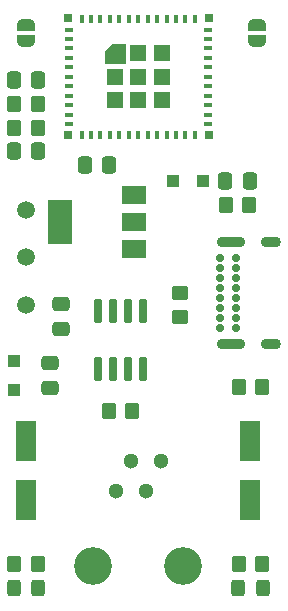
<source format=gbr>
%TF.GenerationSoftware,KiCad,Pcbnew,(6.0.8)*%
%TF.CreationDate,2022-10-28T22:44:31-04:00*%
%TF.ProjectId,Vex_Debug,5665785f-4465-4627-9567-2e6b69636164,rev?*%
%TF.SameCoordinates,Original*%
%TF.FileFunction,Soldermask,Top*%
%TF.FilePolarity,Negative*%
%FSLAX46Y46*%
G04 Gerber Fmt 4.6, Leading zero omitted, Abs format (unit mm)*
G04 Created by KiCad (PCBNEW (6.0.8)) date 2022-10-28 22:44:31*
%MOMM*%
%LPD*%
G01*
G04 APERTURE LIST*
G04 Aperture macros list*
%AMRoundRect*
0 Rectangle with rounded corners*
0 $1 Rounding radius*
0 $2 $3 $4 $5 $6 $7 $8 $9 X,Y pos of 4 corners*
0 Add a 4 corners polygon primitive as box body*
4,1,4,$2,$3,$4,$5,$6,$7,$8,$9,$2,$3,0*
0 Add four circle primitives for the rounded corners*
1,1,$1+$1,$2,$3*
1,1,$1+$1,$4,$5*
1,1,$1+$1,$6,$7*
1,1,$1+$1,$8,$9*
0 Add four rect primitives between the rounded corners*
20,1,$1+$1,$2,$3,$4,$5,0*
20,1,$1+$1,$4,$5,$6,$7,0*
20,1,$1+$1,$6,$7,$8,$9,0*
20,1,$1+$1,$8,$9,$2,$3,0*%
%AMFreePoly0*
4,1,22,0.500000,-0.750000,0.000000,-0.750000,0.000000,-0.745033,-0.079941,-0.743568,-0.215256,-0.701293,-0.333266,-0.622738,-0.424486,-0.514219,-0.481581,-0.384460,-0.499164,-0.250000,-0.500000,-0.250000,-0.500000,0.250000,-0.499164,0.250000,-0.499963,0.256109,-0.478152,0.396186,-0.417904,0.524511,-0.324060,0.630769,-0.204165,0.706417,-0.067858,0.745374,0.000000,0.744959,0.000000,0.750000,
0.500000,0.750000,0.500000,-0.750000,0.500000,-0.750000,$1*%
%AMFreePoly1*
4,1,20,0.000000,0.744959,0.073905,0.744508,0.209726,0.703889,0.328688,0.626782,0.421226,0.519385,0.479903,0.390333,0.500000,0.250000,0.500000,-0.250000,0.499851,-0.262216,0.476331,-0.402017,0.414519,-0.529596,0.319384,-0.634700,0.198574,-0.708877,0.061801,-0.746166,0.000000,-0.745033,0.000000,-0.750000,-0.500000,-0.750000,-0.500000,0.750000,0.000000,0.750000,0.000000,0.744959,
0.000000,0.744959,$1*%
G04 Aperture macros list end*
%ADD10C,0.010000*%
%ADD11RoundRect,0.250000X-0.337500X-0.475000X0.337500X-0.475000X0.337500X0.475000X-0.337500X0.475000X0*%
%ADD12R,1.000000X1.000000*%
%ADD13RoundRect,0.250000X-0.350000X-0.450000X0.350000X-0.450000X0.350000X0.450000X-0.350000X0.450000X0*%
%ADD14FreePoly0,270.000000*%
%ADD15FreePoly1,270.000000*%
%ADD16RoundRect,0.250000X0.337500X0.475000X-0.337500X0.475000X-0.337500X-0.475000X0.337500X-0.475000X0*%
%ADD17R,0.800000X0.400000*%
%ADD18R,0.400000X0.800000*%
%ADD19R,1.450000X1.450000*%
%ADD20R,0.700000X0.700000*%
%ADD21C,1.500000*%
%ADD22RoundRect,0.250000X0.350000X0.450000X-0.350000X0.450000X-0.350000X-0.450000X0.350000X-0.450000X0*%
%ADD23FreePoly0,90.000000*%
%ADD24FreePoly1,90.000000*%
%ADD25RoundRect,0.250000X0.475000X-0.337500X0.475000X0.337500X-0.475000X0.337500X-0.475000X-0.337500X0*%
%ADD26R,1.800000X3.500000*%
%ADD27R,2.000000X1.500000*%
%ADD28R,2.000000X3.800000*%
%ADD29C,3.200000*%
%ADD30C,1.300000*%
%ADD31RoundRect,0.250000X-0.325000X-0.450000X0.325000X-0.450000X0.325000X0.450000X-0.325000X0.450000X0*%
%ADD32RoundRect,0.250000X0.325000X0.450000X-0.325000X0.450000X-0.325000X-0.450000X0.325000X-0.450000X0*%
%ADD33C,0.700000*%
%ADD34O,2.400000X0.900000*%
%ADD35O,1.700000X0.900000*%
%ADD36RoundRect,0.042000X-0.258000X0.943000X-0.258000X-0.943000X0.258000X-0.943000X0.258000X0.943000X0*%
%ADD37RoundRect,0.250000X0.450000X-0.350000X0.450000X0.350000X-0.450000X0.350000X-0.450000X-0.350000X0*%
G04 APERTURE END LIST*
%TO.C,U1*%
G36*
X130348915Y-66550000D02*
G01*
X128698915Y-66550000D01*
X128698915Y-65560000D01*
X129358915Y-64900000D01*
X130348915Y-64900000D01*
X130348915Y-66550000D01*
G37*
D10*
X130348915Y-66550000D02*
X128698915Y-66550000D01*
X128698915Y-65560000D01*
X129358915Y-64900000D01*
X130348915Y-64900000D01*
X130348915Y-66550000D01*
%TD*%
D11*
%TO.C,C5*%
X138862500Y-76500000D03*
X140937500Y-76500000D03*
%TD*%
D12*
%TO.C,D6*%
X134450000Y-76500000D03*
X136950000Y-76500000D03*
%TD*%
D13*
%TO.C,R4*%
X138900000Y-78600000D03*
X140900000Y-78600000D03*
%TD*%
D12*
%TO.C,D5*%
X121000000Y-91750000D03*
X121000000Y-94250000D03*
%TD*%
D11*
%TO.C,C1*%
X126962500Y-75200000D03*
X129037500Y-75200000D03*
%TD*%
D14*
%TO.C,JP1*%
X122000000Y-63350000D03*
D15*
X122000000Y-64650000D03*
%TD*%
D16*
%TO.C,C2*%
X123037500Y-68000000D03*
X120962500Y-68000000D03*
%TD*%
D17*
%TO.C,U1*%
X125598915Y-63700000D03*
X125598915Y-64500000D03*
X125598915Y-65300000D03*
X125598915Y-66100000D03*
X125598915Y-66900000D03*
X125598915Y-67700000D03*
X125598915Y-68500000D03*
X125598915Y-69300000D03*
X125598915Y-70100000D03*
X125598915Y-70900000D03*
X125598915Y-71700000D03*
D18*
X126698915Y-72600000D03*
X127498915Y-72600000D03*
X128298915Y-72600000D03*
X129098915Y-72600000D03*
X129898915Y-72600000D03*
X130698915Y-72600000D03*
X131498915Y-72600000D03*
X132298915Y-72600000D03*
X133098915Y-72600000D03*
X133898915Y-72600000D03*
X134698915Y-72600000D03*
X135498915Y-72600000D03*
X136298915Y-72600000D03*
D17*
X137398915Y-71700000D03*
X137398915Y-70900000D03*
X137398915Y-70100000D03*
X137398915Y-69300000D03*
X137398915Y-68500000D03*
X137398915Y-67700000D03*
X137398915Y-66900000D03*
X137398915Y-66100000D03*
X137398915Y-65300000D03*
X137398915Y-64500000D03*
X137398915Y-63700000D03*
D18*
X136298915Y-62800000D03*
X135498915Y-62800000D03*
X134698915Y-62800000D03*
X133898915Y-62800000D03*
X133098915Y-62800000D03*
X132298915Y-62800000D03*
X131498915Y-62800000D03*
X130698915Y-62800000D03*
X129898915Y-62800000D03*
X129098915Y-62800000D03*
X128298915Y-62800000D03*
X127498915Y-62800000D03*
X126698915Y-62800000D03*
D19*
X131498915Y-65725000D03*
X133473915Y-65725000D03*
X133473915Y-67700000D03*
X133473915Y-69675000D03*
X131498915Y-69675000D03*
X129523915Y-69675000D03*
X129523915Y-67700000D03*
X131498915Y-67700000D03*
D20*
X137448915Y-62750000D03*
X137448915Y-72650000D03*
X125548915Y-72650000D03*
X125548915Y-62750000D03*
%TD*%
D21*
%TO.C,TP3*%
X122000000Y-87000000D03*
%TD*%
%TO.C,TP2*%
X122000000Y-83000000D03*
%TD*%
D22*
%TO.C,R1*%
X131000000Y-96000000D03*
X129000000Y-96000000D03*
%TD*%
D23*
%TO.C,JP2*%
X141528986Y-64650000D03*
D24*
X141528986Y-63350000D03*
%TD*%
D13*
%TO.C,R7*%
X121000000Y-72000000D03*
X123000000Y-72000000D03*
%TD*%
D16*
%TO.C,C6*%
X123037500Y-74000000D03*
X120962500Y-74000000D03*
%TD*%
D25*
%TO.C,C3*%
X125000000Y-89037500D03*
X125000000Y-86962500D03*
%TD*%
D22*
%TO.C,R2*%
X142000000Y-94000000D03*
X140000000Y-94000000D03*
%TD*%
D13*
%TO.C,R5*%
X121000000Y-108958108D03*
X123000000Y-108958108D03*
%TD*%
D26*
%TO.C,D1*%
X141000000Y-103500000D03*
X141000000Y-98500000D03*
%TD*%
D27*
%TO.C,U2*%
X131150000Y-82300000D03*
D28*
X124850000Y-80000000D03*
D27*
X131150000Y-80000000D03*
X131150000Y-77700000D03*
%TD*%
D21*
%TO.C,TP1*%
X122000000Y-79000000D03*
%TD*%
D29*
%TO.C,CONN1*%
X127690000Y-109150000D03*
X135310000Y-109150000D03*
D30*
X129595000Y-102800000D03*
X130865000Y-100260000D03*
X132135000Y-102800000D03*
X133405000Y-100260000D03*
%TD*%
D22*
%TO.C,R6*%
X142003127Y-108946353D03*
X140003127Y-108946353D03*
%TD*%
D31*
%TO.C,D3*%
X120975000Y-111000000D03*
X123025000Y-111000000D03*
%TD*%
D26*
%TO.C,D2*%
X122000000Y-98500000D03*
X122000000Y-103500000D03*
%TD*%
D32*
%TO.C,D4*%
X142025000Y-111000000D03*
X139975000Y-111000000D03*
%TD*%
D33*
%TO.C,J1*%
X138387870Y-88975000D03*
X138387870Y-88125000D03*
X138387870Y-87275000D03*
X138387870Y-86425000D03*
X138387870Y-85575000D03*
X138387870Y-84725000D03*
X138387870Y-83875000D03*
X138387870Y-83025000D03*
X139737870Y-83025000D03*
X139737870Y-83875000D03*
X139737870Y-84725000D03*
X139737870Y-85575000D03*
X139737870Y-86425000D03*
X139737870Y-87275000D03*
X139737870Y-88125000D03*
X139737870Y-88975000D03*
D34*
X139367870Y-90325000D03*
X139367870Y-81675000D03*
D35*
X142747870Y-90325000D03*
X142747870Y-81675000D03*
%TD*%
D25*
%TO.C,C4*%
X124000000Y-94037500D03*
X124000000Y-91962500D03*
%TD*%
D36*
%TO.C,U3*%
X131905000Y-87525000D03*
X130635000Y-87525000D03*
X129365000Y-87525000D03*
X128095000Y-87525000D03*
X128095000Y-92475000D03*
X129365000Y-92475000D03*
X130635000Y-92475000D03*
X131905000Y-92475000D03*
%TD*%
D13*
%TO.C,R8*%
X121000000Y-70000000D03*
X123000000Y-70000000D03*
%TD*%
D37*
%TO.C,R3*%
X135000000Y-88000000D03*
X135000000Y-86000000D03*
%TD*%
M02*

</source>
